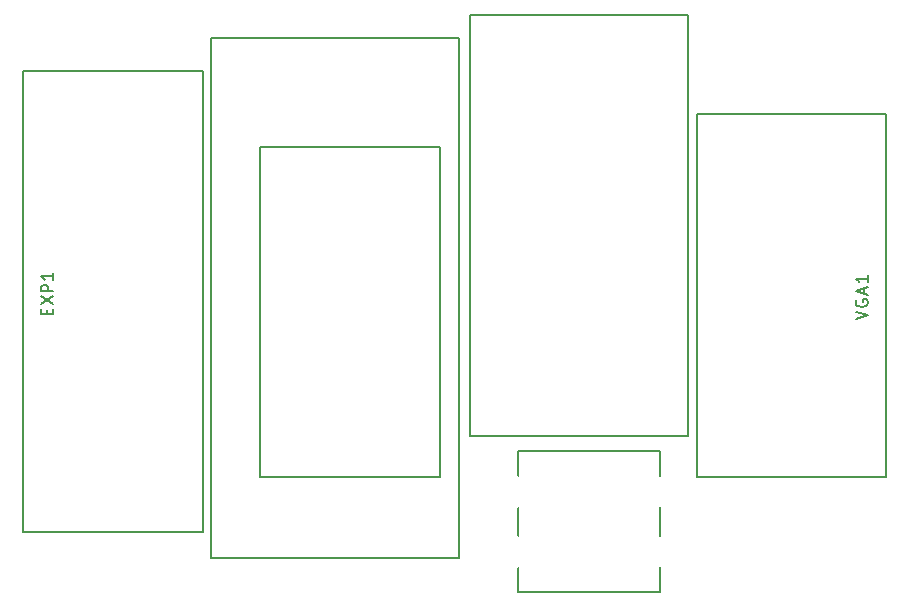
<source format=gbr>
G04 --- HEADER BEGIN --- *
%TF.GenerationSoftware,LibrePCB,LibrePCB,0.1.3*%
%TF.CreationDate,2020-04-15T18:42:34*%
%TF.ProjectId,Apple 2c VGA - default,6ee0dbe1-6aad-4263-9a0f-7c091fb3c0df,v1.1*%
%TF.Part,Single*%
%FSLAX66Y66*%
%MOMM*%
G01*
G74*
G04 --- HEADER END --- *
G04 --- APERTURE LIST BEGIN --- *
%ADD10C,0.2*%
%ADD11C,2.7*%
%ADD12O,2.2X1.7*%
%ADD13C,1.7*%
%ADD14R,1.7X1.7*%
%ADD15R,2.2X1.7*%
%ADD16R,3.2X1.7*%
G04 --- APERTURE LIST END --- *
G04 --- BOARD BEGIN --- *
D10*
X37230000Y3375000D02*
X37230000Y47375000D01*
X16230000Y47375000D01*
X16230000Y3375000D01*
X37230000Y3375000D01*
X35560000Y10160000D02*
X20320000Y10160000D01*
X20320000Y38100000D01*
X35560000Y38100000D01*
X35560000Y10160000D01*
X73342500Y10160000D02*
X73342500Y40970000D01*
X57372500Y40970000D01*
X57372500Y10160000D01*
X73342500Y10160000D01*
X15557500Y5497500D02*
X15557500Y44597500D01*
X277500Y44597500D01*
X277500Y5497500D01*
X15557500Y5497500D01*
X54210000Y12430000D02*
X42210000Y12430000D01*
X42210000Y430000D01*
X54210000Y430000D01*
X54210000Y12430000D01*
X38109800Y13703200D02*
X56609800Y13703200D01*
X56609800Y49303200D01*
X38109800Y49303200D01*
X38109800Y13703200D01*
X70802500Y23538333D02*
X71802500Y23871666D01*
X70802500Y24205000D01*
X70850278Y25176111D02*
X70802500Y25081667D01*
X70802500Y24938333D01*
X70850278Y24795000D01*
X70945833Y24700556D01*
X71040278Y24652778D01*
X71231389Y24605000D01*
X71373611Y24605000D01*
X71564722Y24652778D01*
X71659167Y24700556D01*
X71754722Y24795000D01*
X71802500Y24938333D01*
X71802500Y25033889D01*
X71754722Y25176111D01*
X71706944Y25223889D01*
X71373611Y25223889D01*
X71373611Y25033889D01*
X71516944Y25719445D02*
X71516944Y26195000D01*
X71802500Y25623889D02*
X70802500Y25957222D01*
X71802500Y26290556D01*
X71802500Y27261667D02*
X71802500Y26690556D01*
X71802500Y26976112D02*
X70802500Y26976112D01*
X70945833Y26880556D01*
X71040278Y26786112D01*
X71088056Y26690556D01*
X2334167Y23974722D02*
X2334167Y24308055D01*
X2857500Y24451389D02*
X2857500Y23974722D01*
X1857500Y23974722D01*
X1857500Y24451389D01*
X1857500Y24851389D02*
X2857500Y25518056D01*
X1857500Y25518056D02*
X2857500Y24851389D01*
X2857500Y25918056D02*
X1857500Y25918056D01*
X1857500Y26299167D01*
X1905278Y26394723D01*
X1953056Y26441389D01*
X2047500Y26489167D01*
X2190833Y26489167D01*
X2286389Y26441389D01*
X2334167Y26394723D01*
X2380833Y26299167D01*
X2380833Y25918056D01*
X2857500Y27460278D02*
X2857500Y26889167D01*
X2857500Y27174723D02*
X1857500Y27174723D01*
X2000833Y27079167D01*
X2095278Y26984723D01*
X2143056Y26889167D01*
%LPC*%
D11*
X17780000Y45720000D03*
X35560000Y45720000D03*
X35560000Y5080000D03*
X17780000Y5080000D03*
D12*
X22860000Y12700000D03*
X33020000Y20320000D03*
X22860000Y35560000D03*
X33020000Y33020000D03*
X33020000Y25400000D03*
X22860000Y33020000D03*
X22860000Y25400000D03*
X33020000Y35560000D03*
X33020000Y30480000D03*
X22860000Y30480000D03*
X33020000Y27940000D03*
X33020000Y15240000D03*
X22860000Y17780000D03*
X33020000Y12700000D03*
X22860000Y22860000D03*
X22860000Y20320000D03*
X22860000Y27940000D03*
X22860000Y15240000D03*
X33020000Y22860000D03*
X33020000Y17780000D03*
D13*
X64452500Y30145000D03*
X64452500Y27855000D03*
X64452500Y20985000D03*
X61912500Y26710000D03*
X64452500Y23275000D03*
D14*
X59372500Y30145000D03*
D13*
X59372500Y23275000D03*
X59372500Y25565000D03*
X59372500Y20985000D03*
X61912500Y22130000D03*
X61912500Y24420000D03*
X61912500Y29000000D03*
X61912500Y31290000D03*
X59372500Y27855000D03*
X64452500Y25565000D03*
D15*
X13017500Y34737500D03*
D12*
X13017500Y18297500D03*
X10477500Y16927500D03*
X13017500Y23777500D03*
X10477500Y22407500D03*
X13017500Y26517500D03*
X13017500Y15557500D03*
X10477500Y33367500D03*
X10477500Y27887500D03*
X13017500Y31997500D03*
X10477500Y19667500D03*
X10477500Y25147500D03*
X13017500Y21037500D03*
X13017500Y29257500D03*
X10477500Y30627500D03*
D11*
X41910000Y8890000D03*
X54610000Y3810000D03*
X41910000Y3810000D03*
X54610000Y8890000D03*
D16*
X50950600Y26617600D03*
X44797000Y24077600D03*
D12*
X55245000Y35560000D03*
X40005000Y43180000D03*
D15*
X40005000Y48260000D03*
D12*
X40005000Y27940000D03*
D16*
X50950600Y44397600D03*
X44797000Y31697600D03*
X50950600Y31697600D03*
X44797000Y44397600D03*
D12*
X40005000Y30480000D03*
X55245000Y22860000D03*
X55245000Y30480000D03*
D16*
X44797000Y21537600D03*
D13*
X50950600Y36777600D03*
D12*
X40005000Y40640000D03*
D13*
X42257000Y18997600D03*
D16*
X44797000Y16457600D03*
D12*
X55245000Y38100000D03*
D16*
X50950600Y41857600D03*
X44797000Y26617600D03*
D12*
X40005000Y20320000D03*
X55245000Y20320000D03*
D16*
X50950600Y21537600D03*
D12*
X40005000Y38100000D03*
D16*
X50950600Y34237600D03*
D12*
X40005000Y25400000D03*
X40005000Y22860000D03*
D16*
X50950600Y18997600D03*
D12*
X55245000Y40640000D03*
X40005000Y33020000D03*
D16*
X44797000Y41857600D03*
D12*
X55245000Y43180000D03*
X55245000Y15240000D03*
D16*
X44797000Y46937600D03*
D13*
X42257000Y21537600D03*
D16*
X44797000Y29157600D03*
D12*
X55245000Y33020000D03*
X40005000Y45720000D03*
X40005000Y17780000D03*
D16*
X50950600Y29157600D03*
X44797000Y34237600D03*
X50950600Y24077600D03*
X44797000Y18997600D03*
D12*
X55245000Y48260000D03*
X55245000Y27940000D03*
D16*
X50950600Y16457600D03*
D12*
X55245000Y25400000D03*
X55245000Y45720000D03*
X40005000Y35560000D03*
D16*
X50950600Y46937600D03*
D12*
X40005000Y15240000D03*
X55245000Y17780000D03*
G04 --- BOARD END --- *
%TF.MD5,3d8955a0887a2b441d60fa0280a70731*%
M02*

</source>
